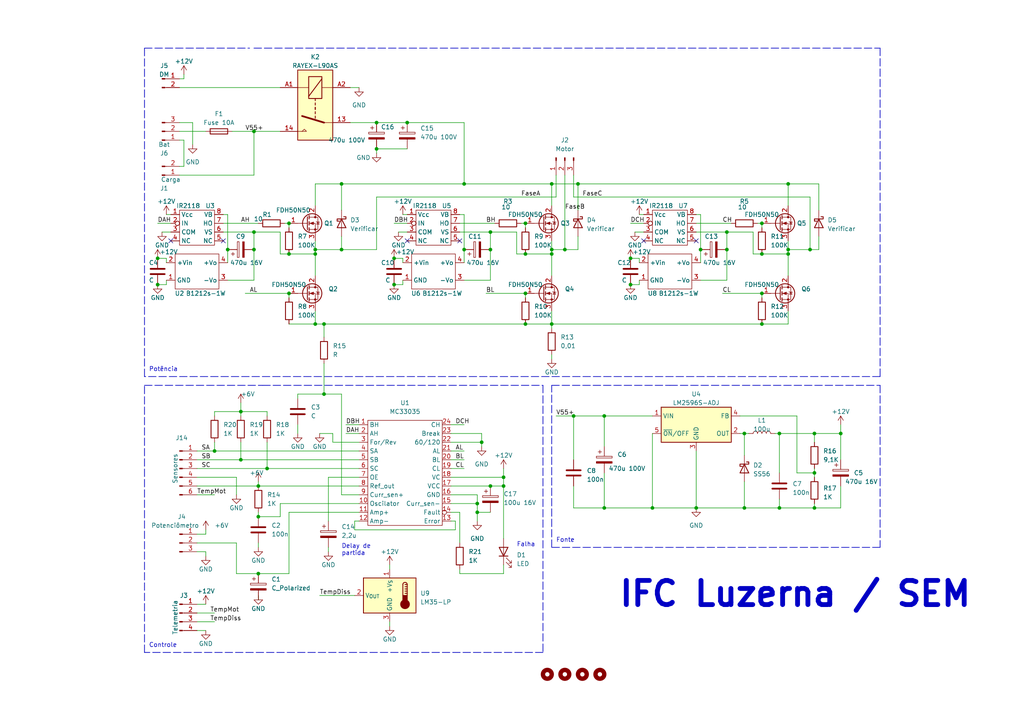
<source format=kicad_sch>
(kicad_sch (version 20230121) (generator eeschema)
  (paper "A4")
  (title_block (title "Acionamento BLDC Símples") (rev "2023-2") (company "Kerschbaumer"))
  (junction (at 152.4 73.66))
  (junction (at 99.06 72.39))
  (junction (at 91.44 73.66))
  (junction (at 66.04 72.39))
  (junction (at 83.82 73.66))
  (junction (at 182.88 74.93))
  (junction (at 138.43 146.05))
  (junction (at 160.02 53.34))
  (junction (at 62.23 130.81))
  (junction (at 73.66 72.39))
  (junction (at 220.98 85.09))
  (junction (at 234.95 72.39))
  (junction (at 142.24 72.39))
  (junction (at 69.85 133.35))
  (junction (at 220.98 64.77))
  (junction (at 163.83 72.39))
  (junction (at 220.98 93.98))
  (junction (at 109.22 43.18))
  (junction (at 175.26 147.32))
  (junction (at 134.62 53.34))
  (junction (at 146.05 138.43))
  (junction (at 77.47 135.89))
  (junction (at 167.64 53.34))
  (junction (at 236.22 125.73))
  (junction (at 146.05 140.97))
  (junction (at 152.4 64.77))
  (junction (at 114.3 74.93))
  (junction (at 243.84 125.73))
  (junction (at 182.88 82.55))
  (junction (at 210.82 67.31))
  (junction (at 83.82 85.09))
  (junction (at 139.7 128.27))
  (junction (at 83.82 64.77))
  (junction (at 93.98 114.3))
  (junction (at 99.06 53.34))
  (junction (at 45.72 74.93))
  (junction (at 203.2 72.39))
  (junction (at 160.02 93.98))
  (junction (at 226.06 125.73))
  (junction (at 74.93 166.37))
  (junction (at 114.3 82.55))
  (junction (at 152.4 93.98))
  (junction (at 166.37 120.65))
  (junction (at 109.22 35.56))
  (junction (at 69.85 119.38))
  (junction (at 236.22 137.16))
  (junction (at 74.93 140.97))
  (junction (at 226.06 147.32))
  (junction (at 215.9 147.32))
  (junction (at 73.66 67.31))
  (junction (at 210.82 72.39))
  (junction (at 228.6 72.39))
  (junction (at 142.24 140.97))
  (junction (at 228.6 73.66))
  (junction (at 201.93 147.32))
  (junction (at 134.62 72.39))
  (junction (at 91.44 93.98))
  (junction (at 118.11 35.56))
  (junction (at 152.4 85.09))
  (junction (at 189.23 147.32))
  (junction (at 175.26 120.65))
  (junction (at 220.98 73.66))
  (junction (at 93.98 93.98))
  (junction (at 138.43 148.59))
  (junction (at 160.02 72.39))
  (junction (at 142.24 67.31))
  (junction (at 160.02 73.66))
  (junction (at 236.22 147.32))
  (junction (at 45.72 82.55))
  (junction (at 91.44 72.39))
  (junction (at 74.93 149.86))
  (junction (at 228.6 53.34))
  (junction (at 215.9 125.73))
  (junction (at 73.66 38.1))
  (no_connect (at 201.93 69.85))
  (no_connect (at 64.77 69.85))
  (no_connect (at 118.11 69.85))
  (no_connect (at 49.53 69.85))
  (no_connect (at 133.35 69.85))
  (no_connect (at 186.69 69.85))
  (wire (pts (xy 236.22 146.05) (xy 236.22 147.32)))
  (wire (pts (xy 215.9 125.73) (xy 215.9 132.08)))
  (wire (pts (xy 210.82 67.31) (xy 218.44 67.31)))
  (wire (pts (xy 81.28 146.05) (xy 81.28 149.86)))
  (wire (pts (xy 69.85 119.38) (xy 69.85 120.65)))
  (wire (pts (xy 69.85 133.35) (xy 104.14 133.35)))
  (wire (pts (xy 243.84 140.97) (xy 243.84 147.32)))
  (wire (pts (xy 62.23 128.27) (xy 62.23 130.81)))
  (wire (pts (xy 160.02 90.17) (xy 160.02 93.98)))
  (wire (pts (xy 113.03 180.34) (xy 113.03 181.61)))
  (wire (pts (xy 66.04 72.39) (xy 66.04 76.2)))
  (wire (pts (xy 99.06 53.34) (xy 99.06 60.96)))
  (wire (pts (xy 66.04 72.39) (xy 66.04 62.23)))
  (polyline (pts (xy 41.91 111.76) (xy 76.2 111.76)) (stroke (width 0.2) (type dash)))
  (wire (pts (xy 166.37 57.15) (xy 166.37 50.8)))
  (wire (pts (xy 185.42 62.23) (xy 186.69 62.23)))
  (polyline (pts (xy 255.27 158.75) (xy 160.02 158.75)) (stroke (width 0.2) (type dash)))
  (wire (pts (xy 52.07 38.1) (xy 59.69 38.1)))
  (wire (pts (xy 67.31 38.1) (xy 73.66 38.1)))
  (wire (pts (xy 57.15 133.35) (xy 69.85 133.35)))
  (wire (pts (xy 149.86 67.31) (xy 149.86 73.66)))
  (wire (pts (xy 83.82 148.59) (xy 104.14 148.59)))
  (wire (pts (xy 146.05 140.97) (xy 146.05 156.21)))
  (wire (pts (xy 231.14 137.16) (xy 236.22 137.16)))
  (wire (pts (xy 96.52 128.27) (xy 104.14 128.27)))
  (wire (pts (xy 62.23 119.38) (xy 69.85 119.38)))
  (wire (pts (xy 167.64 53.34) (xy 228.6 53.34)))
  (wire (pts (xy 138.43 148.59) (xy 138.43 151.13)))
  (wire (pts (xy 95.25 138.43) (xy 95.25 151.13)))
  (wire (pts (xy 215.9 125.73) (xy 217.17 125.73)))
  (wire (pts (xy 69.85 119.38) (xy 77.47 119.38)))
  (wire (pts (xy 133.35 67.31) (xy 142.24 67.31)))
  (wire (pts (xy 74.93 139.7) (xy 74.93 140.97)))
  (wire (pts (xy 73.66 72.39) (xy 73.66 81.28)))
  (wire (pts (xy 86.36 114.3) (xy 86.36 115.57)))
  (wire (pts (xy 71.12 85.09) (xy 83.82 85.09)))
  (wire (pts (xy 218.44 67.31) (xy 218.44 73.66)))
  (wire (pts (xy 228.6 73.66) (xy 228.6 80.01)))
  (wire (pts (xy 201.93 67.31) (xy 210.82 67.31)))
  (wire (pts (xy 130.81 123.19) (xy 134.62 123.19)))
  (wire (pts (xy 234.95 72.39) (xy 228.6 72.39)))
  (wire (pts (xy 113.03 163.83) (xy 113.03 165.1)))
  (wire (pts (xy 243.84 123.19) (xy 243.84 125.73)))
  (wire (pts (xy 185.42 82.55) (xy 185.42 81.28)))
  (wire (pts (xy 133.35 166.37) (xy 146.05 166.37)))
  (wire (pts (xy 99.06 114.3) (xy 93.98 114.3)))
  (wire (pts (xy 64.77 62.23) (xy 66.04 62.23)))
  (wire (pts (xy 130.81 133.35) (xy 134.62 133.35)))
  (wire (pts (xy 133.35 148.59) (xy 133.35 157.48)))
  (wire (pts (xy 138.43 146.05) (xy 138.43 148.59)))
  (wire (pts (xy 167.64 53.34) (xy 167.64 60.96)))
  (wire (pts (xy 83.82 93.98) (xy 91.44 93.98)))
  (wire (pts (xy 215.9 147.32) (xy 226.06 147.32)))
  (wire (pts (xy 215.9 139.7) (xy 215.9 147.32)))
  (wire (pts (xy 201.93 147.32) (xy 215.9 147.32)))
  (wire (pts (xy 189.23 120.65) (xy 175.26 120.65)))
  (wire (pts (xy 53.34 22.86) (xy 53.34 21.59)))
  (wire (pts (xy 167.64 68.58) (xy 167.64 72.39)))
  (wire (pts (xy 48.26 62.23) (xy 49.53 62.23)))
  (wire (pts (xy 68.58 143.51) (xy 68.58 138.43)))
  (polyline (pts (xy 255.27 111.76) (xy 255.27 158.75)) (stroke (width 0.2) (type dash)))
  (wire (pts (xy 95.25 158.75) (xy 95.25 160.02)))
  (wire (pts (xy 160.02 93.98) (xy 220.98 93.98)))
  (wire (pts (xy 139.7 128.27) (xy 139.7 129.54)))
  (wire (pts (xy 166.37 120.65) (xy 175.26 120.65)))
  (wire (pts (xy 220.98 85.09) (xy 220.98 86.36)))
  (wire (pts (xy 83.82 64.77) (xy 83.82 66.04)))
  (wire (pts (xy 201.93 64.77) (xy 212.09 64.77)))
  (polyline (pts (xy 73.66 13.97) (xy 255.27 13.97)) (stroke (width 0.2) (type dash)))
  (wire (pts (xy 109.22 43.18) (xy 118.11 43.18)))
  (wire (pts (xy 62.23 120.65) (xy 62.23 119.38)))
  (wire (pts (xy 57.15 177.8) (xy 62.23 177.8)))
  (wire (pts (xy 59.69 154.94) (xy 59.69 153.67)))
  (wire (pts (xy 175.26 147.32) (xy 189.23 147.32)))
  (wire (pts (xy 99.06 53.34) (xy 91.44 53.34)))
  (wire (pts (xy 130.81 140.97) (xy 142.24 140.97)))
  (wire (pts (xy 130.81 135.89) (xy 134.62 135.89)))
  (wire (pts (xy 91.44 53.34) (xy 91.44 59.69)))
  (wire (pts (xy 160.02 72.39) (xy 163.83 72.39)))
  (wire (pts (xy 102.87 151.13) (xy 102.87 153.67)))
  (wire (pts (xy 74.93 173.99) (xy 74.93 172.72)))
  (wire (pts (xy 101.6 25.4) (xy 104.14 25.4)))
  (wire (pts (xy 73.66 38.1) (xy 81.28 38.1)))
  (polyline (pts (xy 76.2 111.76) (xy 157.48 111.76)) (stroke (width 0.2) (type dash)))
  (wire (pts (xy 104.14 151.13) (xy 102.87 151.13)))
  (wire (pts (xy 219.71 64.77) (xy 220.98 64.77)))
  (wire (pts (xy 243.84 125.73) (xy 243.84 133.35)))
  (wire (pts (xy 48.26 82.55) (xy 48.26 81.28)))
  (wire (pts (xy 236.22 125.73) (xy 236.22 128.27)))
  (wire (pts (xy 101.6 35.56) (xy 109.22 35.56)))
  (wire (pts (xy 83.82 73.66) (xy 91.44 73.66)))
  (wire (pts (xy 53.34 40.64) (xy 53.34 48.26)))
  (wire (pts (xy 91.44 72.39) (xy 91.44 73.66)))
  (wire (pts (xy 92.71 125.73) (xy 96.52 125.73)))
  (wire (pts (xy 57.15 135.89) (xy 77.47 135.89)))
  (wire (pts (xy 91.44 73.66) (xy 91.44 80.01)))
  (wire (pts (xy 48.26 74.93) (xy 48.26 76.2)))
  (wire (pts (xy 130.81 130.81) (xy 134.62 130.81)))
  (polyline (pts (xy 41.91 109.22) (xy 41.91 13.97)) (stroke (width 0.2) (type dash)))
  (wire (pts (xy 146.05 138.43) (xy 146.05 135.89)))
  (wire (pts (xy 109.22 43.18) (xy 109.22 44.45)))
  (polyline (pts (xy 157.48 189.23) (xy 41.91 189.23)) (stroke (width 0.2) (type dash)))
  (wire (pts (xy 166.37 120.65) (xy 166.37 133.35)))
  (wire (pts (xy 175.26 137.16) (xy 175.26 147.32)))
  (polyline (pts (xy 157.48 111.76) (xy 157.48 189.23)) (stroke (width 0.2) (type dash)))
  (wire (pts (xy 66.04 81.28) (xy 73.66 81.28)))
  (wire (pts (xy 160.02 72.39) (xy 160.02 73.66)))
  (wire (pts (xy 57.15 154.94) (xy 59.69 154.94)))
  (wire (pts (xy 236.22 125.73) (xy 243.84 125.73)))
  (polyline (pts (xy 255.27 13.97) (xy 255.27 109.22)) (stroke (width 0.2) (type dash)))
  (wire (pts (xy 134.62 81.28) (xy 142.24 81.28)))
  (wire (pts (xy 185.42 74.93) (xy 185.42 76.2)))
  (wire (pts (xy 166.37 147.32) (xy 175.26 147.32)))
  (wire (pts (xy 130.81 146.05) (xy 138.43 146.05)))
  (wire (pts (xy 81.28 73.66) (xy 83.82 73.66)))
  (polyline (pts (xy 41.91 13.97) (xy 72.39 13.97)) (stroke (width 0.2) (type dash)))
  (wire (pts (xy 160.02 93.98) (xy 160.02 95.25)))
  (wire (pts (xy 52.07 48.26) (xy 53.34 48.26)))
  (wire (pts (xy 152.4 85.09) (xy 152.4 86.36)))
  (wire (pts (xy 93.98 114.3) (xy 86.36 114.3)))
  (wire (pts (xy 109.22 35.56) (xy 118.11 35.56)))
  (wire (pts (xy 81.28 146.05) (xy 104.14 146.05)))
  (wire (pts (xy 149.86 73.66) (xy 152.4 73.66)))
  (wire (pts (xy 210.82 67.31) (xy 210.82 72.39)))
  (wire (pts (xy 138.43 148.59) (xy 142.24 148.59)))
  (wire (pts (xy 142.24 67.31) (xy 149.86 67.31)))
  (wire (pts (xy 74.93 157.48) (xy 74.93 158.75)))
  (wire (pts (xy 142.24 140.97) (xy 146.05 140.97)))
  (wire (pts (xy 91.44 69.85) (xy 91.44 72.39)))
  (wire (pts (xy 228.6 53.34) (xy 228.6 59.69)))
  (wire (pts (xy 134.62 35.56) (xy 134.62 53.34)))
  (wire (pts (xy 236.22 137.16) (xy 236.22 138.43)))
  (wire (pts (xy 140.97 85.09) (xy 152.4 85.09)))
  (wire (pts (xy 57.15 130.81) (xy 62.23 130.81)))
  (wire (pts (xy 201.93 130.81) (xy 201.93 147.32)))
  (wire (pts (xy 237.49 68.58) (xy 237.49 72.39)))
  (wire (pts (xy 91.44 90.17) (xy 91.44 93.98)))
  (wire (pts (xy 68.58 157.48) (xy 68.58 166.37)))
  (wire (pts (xy 74.93 166.37) (xy 83.82 166.37)))
  (wire (pts (xy 161.29 120.65) (xy 166.37 120.65)))
  (wire (pts (xy 57.15 182.88) (xy 59.69 182.88)))
  (wire (pts (xy 201.93 62.23) (xy 203.2 62.23)))
  (wire (pts (xy 146.05 163.83) (xy 146.05 166.37)))
  (wire (pts (xy 130.81 128.27) (xy 139.7 128.27)))
  (wire (pts (xy 139.7 125.73) (xy 139.7 128.27)))
  (wire (pts (xy 163.83 50.8) (xy 163.83 72.39)))
  (wire (pts (xy 226.06 125.73) (xy 236.22 125.73)))
  (wire (pts (xy 224.79 125.73) (xy 226.06 125.73)))
  (wire (pts (xy 182.88 74.93) (xy 185.42 74.93)))
  (wire (pts (xy 231.14 120.65) (xy 231.14 137.16)))
  (wire (pts (xy 77.47 120.65) (xy 77.47 119.38)))
  (wire (pts (xy 130.81 143.51) (xy 138.43 143.51)))
  (wire (pts (xy 59.69 160.02) (xy 59.69 161.29)))
  (wire (pts (xy 57.15 160.02) (xy 59.69 160.02)))
  (wire (pts (xy 57.15 143.51) (xy 62.23 143.51)))
  (wire (pts (xy 228.6 72.39) (xy 228.6 73.66)))
  (wire (pts (xy 74.93 140.97) (xy 104.14 140.97)))
  (wire (pts (xy 55.88 35.56) (xy 55.88 41.91)))
  (polyline (pts (xy 194.31 111.76) (xy 255.27 111.76)) (stroke (width 0.2) (type dash)))
  (wire (pts (xy 77.47 135.89) (xy 104.14 135.89)))
  (wire (pts (xy 99.06 143.51) (xy 104.14 143.51)))
  (wire (pts (xy 189.23 147.32) (xy 201.93 147.32)))
  (wire (pts (xy 83.82 85.09) (xy 83.82 86.36)))
  (wire (pts (xy 203.2 72.39) (xy 203.2 62.23)))
  (wire (pts (xy 52.07 22.86) (xy 53.34 22.86)))
  (wire (pts (xy 236.22 135.89) (xy 236.22 137.16)))
  (wire (pts (xy 142.24 72.39) (xy 142.24 81.28)))
  (wire (pts (xy 46.99 67.31) (xy 49.53 67.31)))
  (wire (pts (xy 114.3 82.55) (xy 116.84 82.55)))
  (wire (pts (xy 130.81 138.43) (xy 146.05 138.43)))
  (wire (pts (xy 134.62 53.34) (xy 160.02 53.34)))
  (wire (pts (xy 160.02 73.66) (xy 160.02 80.01)))
  (wire (pts (xy 116.84 62.23) (xy 118.11 62.23)))
  (wire (pts (xy 74.93 148.59) (xy 74.93 149.86)))
  (wire (pts (xy 52.07 25.4) (xy 81.28 25.4)))
  (wire (pts (xy 57.15 138.43) (xy 68.58 138.43)))
  (wire (pts (xy 133.35 165.1) (xy 133.35 166.37)))
  (wire (pts (xy 57.15 180.34) (xy 62.23 180.34)))
  (wire (pts (xy 45.72 82.55) (xy 48.26 82.55)))
  (wire (pts (xy 160.02 53.34) (xy 167.64 53.34)))
  (wire (pts (xy 226.06 125.73) (xy 226.06 137.16)))
  (wire (pts (xy 214.63 125.73) (xy 215.9 125.73)))
  (wire (pts (xy 210.82 72.39) (xy 210.82 81.28)))
  (wire (pts (xy 57.15 175.26) (xy 59.69 175.26)))
  (wire (pts (xy 152.4 73.66) (xy 160.02 73.66)))
  (wire (pts (xy 226.06 144.78) (xy 226.06 147.32)))
  (wire (pts (xy 92.71 172.72) (xy 102.87 172.72)))
  (wire (pts (xy 93.98 105.41) (xy 93.98 114.3)))
  (polyline (pts (xy 160.02 158.75) (xy 160.02 111.76)) (stroke (width 0.2) (type dash)))
  (wire (pts (xy 114.3 64.77) (xy 118.11 64.77)))
  (wire (pts (xy 86.36 123.19) (xy 86.36 125.73)))
  (wire (pts (xy 81.28 149.86) (xy 74.93 149.86)))
  (wire (pts (xy 82.55 64.77) (xy 83.82 64.77)))
  (wire (pts (xy 115.57 67.31) (xy 118.11 67.31)))
  (wire (pts (xy 234.95 72.39) (xy 237.49 72.39)))
  (wire (pts (xy 73.66 67.31) (xy 81.28 67.31)))
  (wire (pts (xy 226.06 147.32) (xy 236.22 147.32)))
  (wire (pts (xy 130.81 125.73) (xy 139.7 125.73)))
  (wire (pts (xy 130.81 151.13) (xy 132.08 151.13)))
  (wire (pts (xy 166.37 140.97) (xy 166.37 147.32)))
  (wire (pts (xy 52.07 35.56) (xy 55.88 35.56)))
  (wire (pts (xy 234.95 57.15) (xy 234.95 72.39)))
  (wire (pts (xy 62.23 130.81) (xy 104.14 130.81)))
  (wire (pts (xy 114.3 74.93) (xy 116.84 74.93)))
  (wire (pts (xy 64.77 64.77) (xy 74.93 64.77)))
  (wire (pts (xy 134.62 72.39) (xy 134.62 62.23)))
  (wire (pts (xy 93.98 93.98) (xy 152.4 93.98)))
  (wire (pts (xy 203.2 72.39) (xy 203.2 76.2)))
  (wire (pts (xy 45.72 64.77) (xy 49.53 64.77)))
  (wire (pts (xy 133.35 64.77) (xy 143.51 64.77)))
  (wire (pts (xy 116.84 74.93) (xy 116.84 76.2)))
  (wire (pts (xy 134.62 72.39) (xy 134.62 76.2)))
  (wire (pts (xy 133.35 62.23) (xy 134.62 62.23)))
  (wire (pts (xy 69.85 128.27) (xy 69.85 133.35)))
  (wire (pts (xy 52.07 50.8) (xy 73.66 50.8)))
  (polyline (pts (xy 41.91 189.23) (xy 41.91 111.76)) (stroke (width 0.2) (type dash)))
  (wire (pts (xy 57.15 157.48) (xy 68.58 157.48)))
  (wire (pts (xy 95.25 138.43) (xy 104.14 138.43)))
  (wire (pts (xy 99.06 53.34) (xy 134.62 53.34)))
  (wire (pts (xy 91.44 93.98) (xy 93.98 93.98)))
  (wire (pts (xy 100.33 123.19) (xy 104.14 123.19)))
  (wire (pts (xy 220.98 64.77) (xy 220.98 66.04)))
  (wire (pts (xy 214.63 120.65) (xy 231.14 120.65)))
  (wire (pts (xy 184.15 67.31) (xy 186.69 67.31)))
  (wire (pts (xy 109.22 72.39) (xy 99.06 72.39)))
  (wire (pts (xy 160.02 102.87) (xy 160.02 104.14)))
  (wire (pts (xy 138.43 143.51) (xy 138.43 146.05)))
  (wire (pts (xy 132.08 153.67) (xy 132.08 151.13)))
  (wire (pts (xy 166.37 57.15) (xy 234.95 57.15)))
  (wire (pts (xy 161.29 57.15) (xy 161.29 50.8)))
  (wire (pts (xy 83.82 166.37) (xy 83.82 148.59)))
  (wire (pts (xy 73.66 67.31) (xy 73.66 72.39)))
  (wire (pts (xy 182.88 82.55) (xy 185.42 82.55)))
  (wire (pts (xy 81.28 67.31) (xy 81.28 73.66)))
  (wire (pts (xy 160.02 53.34) (xy 160.02 59.69)))
  (wire (pts (xy 151.13 64.77) (xy 152.4 64.77)))
  (wire (pts (xy 237.49 53.34) (xy 237.49 60.96)))
  (wire (pts (xy 109.22 57.15) (xy 109.22 72.39)))
  (wire (pts (xy 220.98 73.66) (xy 228.6 73.66)))
  (wire (pts (xy 118.11 35.56) (xy 134.62 35.56)))
  (wire (pts (xy 220.98 93.98) (xy 228.6 93.98)))
  (wire (pts (xy 68.58 166.37) (xy 74.93 166.37)))
  (wire (pts (xy 45.72 74.93) (xy 48.26 74.93)))
  (wire (pts (xy 64.77 67.31) (xy 73.66 67.31)))
  (wire (pts (xy 163.83 72.39) (xy 167.64 72.39)))
  (wire (pts (xy 228.6 53.34) (xy 237.49 53.34)))
  (wire (pts (xy 203.2 81.28) (xy 210.82 81.28)))
  (wire (pts (xy 142.24 67.31) (xy 142.24 72.39)))
  (wire (pts (xy 160.02 69.85) (xy 160.02 72.39)))
  (wire (pts (xy 93.98 93.98) (xy 93.98 97.79)))
  (wire (pts (xy 228.6 93.98) (xy 228.6 90.17)))
  (wire (pts (xy 182.88 64.77) (xy 186.69 64.77)))
  (wire (pts (xy 175.26 120.65) (xy 175.26 129.54)))
  (wire (pts (xy 77.47 128.27) (xy 77.47 135.89)))
  (wire (pts (xy 228.6 69.85) (xy 228.6 72.39)))
  (wire (pts (xy 209.55 85.09) (xy 220.98 85.09)))
  (wire (pts (xy 57.15 140.97) (xy 74.93 140.97)))
  (wire (pts (xy 73.66 50.8) (xy 73.66 38.1)))
  (wire (pts (xy 52.07 40.64) (xy 53.34 40.64)))
  (wire (pts (xy 102.87 153.67) (xy 132.08 153.67)))
  (wire (pts (xy 152.4 64.77) (xy 152.4 66.04)))
  (wire (pts (xy 189.23 125.73) (xy 189.23 147.32)))
  (wire (pts (xy 146.05 140.97) (xy 146.05 138.43)))
  (wire (pts (xy 109.22 57.15) (xy 161.29 57.15)))
  (wire (pts (xy 152.4 93.98) (xy 160.02 93.98)))
  (wire (pts (xy 96.52 125.73) (xy 96.52 128.27)))
  (wire (pts (xy 116.84 82.55) (xy 116.84 81.28)))
  (wire (pts (xy 130.81 148.59) (xy 133.35 148.59)))
  (wire (pts (xy 99.06 114.3) (xy 99.06 143.51)))
  (wire (pts (xy 218.44 73.66) (xy 220.98 73.66)))
  (polyline (pts (xy 255.27 109.22) (xy 41.91 109.22)) (stroke (width 0.2) (type dash)))
  (wire (pts (xy 99.06 68.58) (xy 99.06 72.39)))
  (wire (pts (xy 236.22 147.32) (xy 243.84 147.32)))
  (wire (pts (xy 100.33 125.73) (xy 104.14 125.73)))
  (wire (pts (xy 69.85 116.84) (xy 69.85 119.38)))
  (polyline (pts (xy 160.02 111.76) (xy 194.31 111.76)) (stroke (width 0.2) (type dash)))
  (wire (pts (xy 99.06 72.39) (xy 91.44 72.39)))
  (text "IFC Luzerna / SEM" (at 179.07 176.53 0) (effects (font (size 7 7) (thickness 1.4) bold) (justify left bottom)))
  (text "Potência" (at 43.18 107.95 0) (effects (font (size 1.27 1.27)) (justify left bottom)))
  (text "Fonte" (at 161.29 157.48 0) (effects (font (size 1.27 1.27)) (justify left bottom)))
  (text "Controle" (at 43.18 187.96 0) (effects (font (size 1.27 1.27)) (justify left bottom)))
  (text "Delay de\npartida" (at 99.06 161.29 0) (effects (font (size 1.27 1.27)) (justify left bottom)))
  (text "Falha" (at 149.86 158.75 0) (effects (font (size 1.27 1.27)) (justify left bottom)))
  (label "DCH" (at 132.08 123.19 0))
  (label "DBH" (at 114.3 64.77 0))
  (label "AL" (at 132.08 130.81 0))
  (label "AL" (at 72.39 85.09 0))
  (label "FaseC" (at 168.91 57.15 0))
  (label "FaseB" (at 163.83 60.96 0))
  (label "DAH" (at 100.33 125.73 0))
  (label "FaseA" (at 151.13 57.15 0))
  (label "BL" (at 132.08 133.35 0))
  (label "DAH" (at 45.72 64.77 0))
  (label "DBH" (at 100.33 123.19 0))
  (label "SB" (at 58.42 133.35 0))
  (label "TempDiss" (at 92.71 172.72 0))
  (label "BL" (at 140.97 85.09 0))
  (label "BH" (at 140.97 64.77 0))
  (label "V55+" (at 161.29 120.65 0))
  (label "TempDiss" (at 60.96 180.34 0))
  (label "DCH" (at 182.88 64.77 0))
  (label "CL" (at 209.55 85.09 0))
  (label "AH" (at 69.85 64.77 0))
  (label "CH" (at 209.55 64.77 0))
  (label "SC" (at 58.42 135.89 0))
  (label "TempMot" (at 60.96 177.8 0))
  (label "TempMot" (at 57.15 143.51 0))
  (label "SA" (at 58.42 130.81 0))
  (label "CL" (at 132.08 135.89 0))
  (label "V55+" (at 71.12 38.1 0))
  (symbol (lib_id "Device:C_Polarized") (at 142.24 144.78 0) (unit 1)
    (property "Reference" "C17" (at 146.05 143.256 0) (effects (justify left)))
    (property "Value" "100u 16V" (at 146.05 145.796 0) (effects (justify left)))
    (property "Footprint" "Capacitor_THT:CP_Radial_D5.0mm_P2.50mm" (effects hide))
  )
  (symbol (lib_id "power:+12V") (at 59.69 175.26 0) (unit 1)
    (property "Reference" "#PWR024" (effects hide))
    (property "Value" "+12V" (at 59.69 171.45 0))
  )
  (symbol (lib_id "power:GND") (at 114.3 82.55 0) (unit 1)
    (property "Reference" "#PWR010" (effects hide))
    (property "Value" "GND" (at 114.3 86.36 0))
  )
  (symbol (lib_id "Diode:1N5822") (at 167.64 64.77 270) (unit 1)
    (property "Reference" "D4" (at 170.18 63.8175 90) (effects (justify left)))
    (property "Value" "Verificar" (at 170.18 66.3575 90) (effects (justify left)))
    (property "Footprint" "Package_TO_SOT_THT:TO-220-2_Vertical" (effects hide))
  )
  (symbol (lib_id "Device:R") (at 77.47 124.46 0) (unit 1)
    (property "Reference" "R18" (at 80.01 123.1899 0) (effects (justify left)))
    (property "Value" "1K" (at 80.01 125.7299 0) (effects (justify left)))
    (property "Footprint" "Resistor_THT:R_Axial_DIN0207_L6.3mm_D2.5mm_P10.16mm_Horizontal" (effects hide))
  )
  (symbol (lib_id "Mechanical:MountingHole") (at 163.83 195.58 0) (unit 1)
    (property "Reference" "H2" (effects hide))
    (property "Value" "MountingHole" (effects hide))
    (property "Footprint" "MountingHole:MountingHole_3.5mm" (effects hide))
  )
  (symbol (lib_id "Device:R") (at 69.85 124.46 0) (unit 1)
    (property "Reference" "R19" (at 72.39 123.1899 0) (effects (justify left)))
    (property "Value" "1K" (at 72.39 125.7299 0) (effects (justify left)))
    (property "Footprint" "Resistor_THT:R_Axial_DIN0207_L6.3mm_D2.5mm_P10.16mm_Horizontal" (effects hide))
  )
  (symbol (lib_id "Device:R") (at 74.93 144.78 0) (unit 1)
    (property "Reference" "R14" (at 77.47 143.5099 0) (effects (justify left)))
    (property "Value" "1K" (at 77.47 146.0499 0) (effects (justify left)))
    (property "Footprint" "Resistor_THT:R_Axial_DIN0207_L6.3mm_D2.5mm_P10.16mm_Horizontal" (effects hide))
  )
  (symbol (lib_id "power:+12V") (at 116.84 62.23 0) (unit 1)
    (property "Reference" "#PWR012" (effects hide))
    (property "Value" "+12V" (at 116.84 58.42 0))
  )
  (symbol (lib_id "MC33035:B1212s-1W") (at 57.15 78.74 0) (unit 1)
    (property "Reference" "U2" (at 52.07 85.09 0))
    (property "Value" "B1212s-1W" (at 59.69 85.09 0))
    (property "Footprint" "B1212s-1W:B1212s-1W" (effects hide))
  )
  (symbol (lib_id "Mechanical:MountingHole") (at 168.91 195.58 0) (unit 1)
    (property "Reference" "H3" (effects hide))
    (property "Value" "MountingHole" (effects hide))
    (property "Footprint" "MountingHole:MountingHole_3.5mm" (effects hide))
  )
  (symbol (lib_id "Connector:Conn_01x02_Male") (at 46.99 50.8 0) (mirror x) (unit 1)
    (property "Reference" "J1" (at 47.625 54.61 0))
    (property "Value" "Carga" (at 49.53 52.07 0))
    (property "Footprint" "Connector_Phoenix_MSTB:PhoenixContact_MSTBA_2,5_2-G-5,08_1x02_P5.08mm_Horizontal" (effects hide))
  )
  (symbol (lib_id "power:+12V") (at 185.42 62.23 0) (unit 1)
    (property "Reference" "#PWR016" (effects hide))
    (property "Value" "+12V" (at 185.42 58.42 0))
  )
  (symbol (lib_id "Device:R") (at 93.98 101.6 0) (unit 1)
    (property "Reference" "R15" (at 96.52 100.3299 0) (effects (justify left)))
    (property "Value" "R" (at 96.52 102.8699 0) (effects (justify left)))
    (property "Footprint" "Resistor_THT:R_Axial_DIN0207_L6.3mm_D2.5mm_P10.16mm_Horizontal" (effects hide))
  )
  (symbol (lib_id "Connector:Conn_01x03_Male") (at 52.07 157.48 0) (unit 1)
    (property "Reference" "J4" (at 52.705 149.86 0))
    (property "Value" "Potenciômetro" (at 50.8 152.4 0))
    (property "Footprint" "Connector_Phoenix_MC:PhoenixContact_MC_1,5_3-G-3.81_1x03_P3.81mm_Horizontal" (effects hide))
  )
  (symbol (lib_id "MC33035:IR2118") (at 194.31 59.69 0) (unit 1)
    (property "Reference" "U7" (at 198.12 59.69 0))
    (property "Value" "IR2118" (at 191.77 59.69 0))
    (property "Footprint" "Package_DIP:DIP-8_W7.62mm_LongPads" (effects hide))
  )
  (symbol (lib_id "power:+6V") (at 69.85 116.84 0) (unit 1)
    (property "Reference" "#PWR017" (effects hide))
    (property "Value" "+6V" (at 69.85 114.3 0) (effects (justify left)))
  )
  (symbol (lib_id "Diode:1N5822") (at 215.9 135.89 270) (unit 1)
    (property "Reference" "D2" (at 218.44 134.9375 90) (effects (justify left)))
    (property "Value" "SS56" (at 218.44 137.4775 90) (effects (justify left)))
    (property "Footprint" "Diode_SMD:D_3220_8050Metric_Pad2.65x5.15mm_HandSolder" (effects hide))
  )
  (symbol (lib_id "power:GND") (at 115.57 67.31 0) (unit 1)
    (property "Reference" "#PWR011" (effects hide))
    (property "Value" "GND" (at 115.57 71.12 0))
  )
  (symbol (lib_id "Device:C") (at 166.37 137.16 0) (unit 1)
    (property "Reference" "C8" (at 170.18 136.525 0) (effects (justify left)))
    (property "Value" "100n" (at 170.18 139.065 0) (effects (justify left)))
    (property "Footprint" "Capacitor_THT:C_Axial_L5.1mm_D3.1mm_P7.50mm_Horizontal" (effects hide))
  )
  (symbol (lib_id "Connector:Conn_01x03_Male") (at 163.83 45.72 90) (mirror x) (unit 1)
    (property "Reference" "J2" (at 163.83 40.64 90))
    (property "Value" "Motor" (at 163.83 43.18 90))
    (property "Footprint" "Connector_Phoenix_MSTB:PhoenixContact_MSTBA_2,5_3-G-5,08_1x03_P5.08mm_Horizontal" (effects hide))
  )
  (symbol (lib_id "power:+12V") (at 182.88 74.93 0) (unit 1)
    (property "Reference" "#PWR013" (effects hide))
    (property "Value" "+12V" (at 186.0997 73.0644 0))
  )
  (symbol (lib_id "Device:C") (at 74.93 153.67 0) (unit 1)
    (property "Reference" "C2" (at 78.74 152.3999 0) (effects (justify left)))
    (property "Value" "100n" (at 78.74 154.9399 0) (effects (justify left)))
    (property "Footprint" "Capacitor_THT:C_Disc_D9.0mm_W2.5mm_P5.00mm" (effects hide))
  )
  (symbol (lib_id "power:GND") (at 45.72 82.55 0) (unit 1)
    (property "Reference" "#PWR0110" (effects hide))
    (property "Value" "GND" (at 45.72 86.36 0))
  )
  (symbol (lib_id "power:GND") (at 92.71 125.73 0) (unit 1)
    (property "Reference" "#PWR0107" (effects hide))
    (property "Value" "GND" (at 92.71 129.54 0))
  )
  (symbol (lib_id "Device:C_Polarized") (at 69.85 72.39 90) (unit 1)
    (property "Reference" "C9" (at 71.12 68.58 90) (effects (justify left)))
    (property "Value" "470u 16V" (at 76.2 76.2 90) (effects (justify left)))
    (property "Footprint" "Capacitor_THT:CP_Radial_D8.0mm_P3.50mm" (effects hide))
  )
  (symbol (lib_id "Device:C") (at 182.88 78.74 0) (unit 1)
    (property "Reference" "C12" (at 179.07 76.2 0) (effects (justify left)))
    (property "Value" "C" (at 180.34 81.28 0) (effects (justify left)))
    (property "Footprint" "Capacitor_THT:C_Disc_D9.0mm_W2.5mm_P5.00mm" (effects hide))
  )
  (symbol (lib_id "power:+12V") (at 48.26 62.23 0) (unit 1)
    (property "Reference" "#PWR05" (effects hide))
    (property "Value" "+12V" (at 48.26 58.42 0))
  )
  (symbol (lib_id "power:GND") (at 184.15 67.31 0) (unit 1)
    (property "Reference" "#PWR015" (effects hide))
    (property "Value" "GND" (at 184.15 71.12 0))
  )
  (symbol (lib_id "Device:C_Polarized") (at 175.26 133.35 0) (unit 1)
    (property "Reference" "C6" (at 179.07 131.826 0) (effects (justify left)))
    (property "Value" "470u 100V" (at 176.53 135.89 0) (effects (justify left)))
    (property "Footprint" "Capacitor_THT:CP_Radial_D17.0mm_P7.50mm" (effects hide))
  )
  (symbol (lib_id "Connector:Conn_01x06_Pin") (at 52.07 135.89 0) (unit 1)
    (property "Reference" "J14" (at 52.705 127 0))
    (property "Value" "Sensores" (at 50.8 135.89 90))
    (property "Footprint" "Connector_Phoenix_MC:PhoenixContact_MC_1,5_6-G-3.81_1x06_P3.81mm_Horizontal" (effects hide))
  )
  (symbol (lib_id "power:+12V") (at 53.34 21.59 0) (unit 1)
    (property "Reference" "#PWR022" (effects hide))
    (property "Value" "+12V" (at 53.34 17.78 0))
  )
  (symbol (lib_id "Device:R") (at 78.74 64.77 90) (unit 1)
    (property "Reference" "R1" (at 77.47 62.23 90))
    (property "Value" "10" (at 74.93 63.5 90))
    (property "Footprint" "Resistor_THT:R_Axial_DIN0207_L6.3mm_D2.5mm_P10.16mm_Horizontal" (effects hide))
  )
  (symbol (lib_id "power:GND") (at 59.69 161.29 0) (unit 1)
    (property "Reference" "#PWR02" (effects hide))
    (property "Value" "GND" (at 59.69 165.1 0))
  )
  (symbol (lib_id "power:GND") (at 95.25 160.02 0) (unit 1)
    (property "Reference" "#PWR018" (effects hide))
    (property "Value" "GND" (at 95.25 163.83 0))
  )
  (symbol (lib_id "Diode:1N5822") (at 237.49 64.77 270) (unit 1)
    (property "Reference" "D5" (at 240.03 63.8175 90) (effects (justify left)))
    (property "Value" "Verificar" (at 240.03 66.3575 90) (effects (justify left)))
    (property "Footprint" "Package_TO_SOT_THT:TO-220-2_Vertical" (effects hide))
  )
  (symbol (lib_id "power:GND") (at 59.69 182.88 0) (unit 1)
    (property "Reference" "#PWR023" (effects hide))
    (property "Value" "GND" (at 59.69 186.69 0))
  )
  (symbol (lib_id "power:GND") (at 68.58 143.51 0) (unit 1)
    (property "Reference" "#PWR0105" (effects hide))
    (property "Value" "GND" (at 68.58 147.32 0))
  )
  (symbol (lib_id "power:+6V") (at 59.69 153.67 0) (unit 1)
    (property "Reference" "#PWR01" (effects hide))
    (property "Value" "+6V" (at 62.23 152.3999 0) (effects (justify left)))
  )
  (symbol (lib_id "power:GND") (at 74.93 158.75 0) (unit 1)
    (property "Reference" "#PWR0106" (effects hide))
    (property "Value" "GND" (at 74.93 162.56 0))
  )
  (symbol (lib_id "Device:R") (at 147.32 64.77 90) (unit 1)
    (property "Reference" "R3" (at 147.32 58.42 90))
    (property "Value" "10" (at 146.7307 60.0665 90))
    (property "Footprint" "Resistor_THT:R_Axial_DIN0207_L6.3mm_D2.5mm_P10.16mm_Horizontal" (effects hide))
  )
  (symbol (lib_id "MC33035:MC33035") (at 118.11 137.16 0) (unit 1)
    (property "Reference" "U1" (at 117.475 116.84 0))
    (property "Value" "MC33035" (at 117.475 119.38 0))
    (property "Footprint" "Package_DIP:DIP-24_W7.62mm_LongPads" (effects hide))
  )
  (symbol (lib_id "Transistor_FET:IRF540N") (at 226.06 85.09 0) (unit 1)
    (property "Reference" "Q6" (at 232.41 83.8199 0) (effects (justify left)))
    (property "Value" "FDH50N50" (at 215.9 82.55 0) (effects (justify left)))
    (property "Footprint" "Package_TO_SOT_THT:TO-247-3_Vertical" (effects hide))
    (property "Datasheet" "https://www.onsemi.com/pdf/datasheet/fdh50n50-d.pdf" (effects hide))
  )
  (symbol (lib_id "Device:C_Polarized") (at 207.01 72.39 90) (unit 1)
    (property "Reference" "C13" (at 208.28 68.58 90) (effects (justify left)))
    (property "Value" "470u 16V" (at 213.36 76.2 90) (effects (justify left)))
    (property "Footprint" "Capacitor_THT:CP_Radial_D8.0mm_P3.50mm" (effects hide))
  )
  (symbol (lib_id "power:GND") (at 182.88 82.55 0) (unit 1)
    (property "Reference" "#PWR014" (effects hide))
    (property "Value" "GND" (at 182.88 86.36 0))
  )
  (symbol (lib_id "MC33035:IR2118") (at 57.15 59.69 0) (unit 1)
    (property "Reference" "U3" (at 60.96 59.69 0))
    (property "Value" "IR2118" (at 54.61 59.69 0))
    (property "Footprint" "Package_DIP:DIP-8_W7.62mm_LongPads" (effects hide))
  )
  (symbol (lib_id "power:GND") (at 138.43 151.13 0) (unit 1)
    (property "Reference" "#PWR0103" (effects hide))
    (property "Value" "GND" (at 138.43 156.21 0))
  )
  (symbol (lib_id "Device:C_Polarized") (at 118.11 39.37 0) (unit 1)
    (property "Reference" "C15" (at 121.92 37.2109 0) (effects (justify left)))
    (property "Value" "470u 100V" (at 121.92 39.7509 0) (effects (justify left)))
    (property "Footprint" "Capacitor_THT:CP_Radial_D17.0mm_P7.50mm" (effects hide))
  )
  (symbol (lib_id "Mechanical:MountingHole") (at 158.75 195.58 0) (unit 1)
    (property "Reference" "H1" (effects hide))
    (property "Value" "MountingHole" (effects hide))
    (property "Footprint" "MountingHole:MountingHole_3.5mm" (effects hide))
  )
  (symbol (lib_id "Connector:Conn_01x03_Pin") (at 46.99 38.1 0) (mirror x) (unit 1)
    (property "Reference" "J6" (at 47.625 44.45 0))
    (property "Value" "Bat" (at 47.625 41.91 0))
    (property "Footprint" "Connector_Phoenix_MSTB:PhoenixContact_MSTBA_2,5_3-G-5,08_1x03_P5.08mm_Horizontal" (effects hide))
  )
  (symbol (lib_id "power:+6V") (at 74.93 139.7 0) (unit 1)
    (property "Reference" "#PWR0108" (effects hide))
    (property "Value" "+6V" (at 72.39 137.16 0) (effects (justify left)))
  )
  (symbol (lib_id "power:GND") (at 46.99 67.31 0) (unit 1)
    (property "Reference" "#PWR08" (effects hide))
    (property "Value" "GND" (at 46.99 71.12 0))
  )
  (symbol (lib_id "Device:C_Polarized") (at 243.84 137.16 0) (unit 1)
    (property "Reference" "C5" (at 247.65 137.16 0) (effects (justify left)))
    (property "Value" "470u 16V" (at 245.11 139.7 0) (effects (justify left)))
    (property "Footprint" "Capacitor_THT:CP_Radial_D8.0mm_P3.50mm" (effects hide))
  )
  (symbol (lib_id "power:GND") (at 160.02 104.14 0) (unit 1)
    (property "Reference" "#PWR0102" (effects hide))
    (property "Value" "GND" (at 160.02 107.95 0))
  )
  (symbol (lib_id "power:GND") (at 104.14 25.4 0) (unit 1)
    (property "Reference" "#PWR021" (effects hide))
    (property "Value" "GND" (at 104.14 30.48 0))
  )
  (symbol (lib_id "Device:C_Polarized") (at 95.25 154.94 0) (unit 1)
    (property "Reference" "C14" (at 99.06 152.7809 0) (effects (justify left)))
    (property "Value" "2,2u" (at 99.06 155.3209 0) (effects (justify left)))
    (property "Footprint" "Capacitor_THT:CP_Radial_D4.0mm_P2.00mm" (effects hide))
  )
  (symbol (lib_id "Relay:RAYEX-L90AS") (at 91.44 30.48 90) (mirror x) (unit 1)
    (property "Reference" "K2" (at 91.44 16.51 90))
    (property "Value" "RAYEX-L90AS" (at 91.44 19.05 90))
    (property "Footprint" "Relay_THT:Relay_SPST_RAYEX-L90AS" (effects hide))
    (property "Datasheet" "https://a3.sofastcdn.com/attachment/7jioKBjnRiiSrjrjknRiwS77gwbf3zmp/L90-SERIES.pdf" (effects hide))
  )
  (symbol (lib_id "Device:C") (at 45.72 78.74 0) (unit 1)
    (property "Reference" "C4" (at 43.18 76.2 0) (effects (justify left)))
    (property "Value" "C" (at 43.18 81.28 0) (effects (justify left)))
    (property "Footprint" "Capacitor_THT:C_Disc_D9.0mm_W2.5mm_P5.00mm" (effects hide))
  )
  (symbol (lib_id "Mechanical:MountingHole") (at 173.99 195.58 0) (unit 1)
    (property "Reference" "H4" (effects hide))
    (property "Value" "MountingHole" (effects hide))
    (property "Footprint" "MountingHole:MountingHole_3.5mm" (effects hide))
  )
  (symbol (lib_id "Connector:Conn_01x04_Pin") (at 52.07 177.8 0) (unit 1)
    (property "Reference" "J3" (at 53.34 172.72 0))
    (property "Value" "Telemetria" (at 50.8 179.07 90))
    (property "Footprint" "Connector_Phoenix_MC:PhoenixContact_MC_1,5_4-G-3.81_1x04_P3.81mm_Horizontal" (effects hide))
  )
  (symbol (lib_id "Device:R") (at 152.4 69.85 180) (unit 1)
    (property "Reference" "R9" (at 154.94 68.5799 0) (effects (justify right)))
    (property "Value" "100K" (at 154.94 71.1199 0) (effects (justify right)))
    (property "Footprint" "Resistor_THT:R_Axial_DIN0207_L6.3mm_D2.5mm_P10.16mm_Horizontal" (effects hide))
  )
  (symbol (lib_id "power:+12V") (at 243.84 123.19 0) (unit 1)
    (property "Reference" "#PWR07" (effects hide))
    (property "Value" "+12V" (at 243.84 119.38 0))
  )
  (symbol (lib_id "power:GND") (at 109.22 44.45 0) (unit 1)
    (property "Reference" "#PWR020" (effects hide))
    (property "Value" "GND" (at 105.41 45.72 0))
  )
  (symbol (lib_id "power:GND") (at 74.93 172.72 0) (unit 1)
    (property "Reference" "#PWR03" (effects hide))
    (property "Value" "GND" (at 74.93 176.53 0))
  )
  (symbol (lib_id "Device:C") (at 226.06 140.97 0) (unit 1)
    (property "Reference" "C7" (at 229.87 140.335 0) (effects (justify left)))
    (property "Value" "100n" (at 229.87 142.875 0) (effects (justify left)))
    (property "Footprint" "Capacitor_THT:C_Axial_L5.1mm_D3.1mm_P7.50mm_Horizontal" (effects hide))
  )
  (symbol (lib_id "Transistor_FET:IRF540N") (at 157.48 64.77 0) (unit 1)
    (property "Reference" "Q3" (at 162.56 64.77 0) (effects (justify left)))
    (property "Value" "FDH50N50" (at 147.32 62.23 0) (effects (justify left)))
    (property "Footprint" "Package_TO_SOT_THT:TO-247-3_Vertical" (effects hide))
    (property "Datasheet" "https://www.onsemi.com/pdf/datasheet/fdh50n50-d.pdf" (effects hide))
  )
  (symbol (lib_id "Transistor_FET:IRF540N") (at 88.9 85.09 0) (unit 1)
    (property "Reference" "Q2" (at 95.25 83.8199 0) (effects (justify left)))
    (property "Value" "FDH50N50" (at 78.74 82.55 0) (effects (justify left)))
    (property "Footprint" "Package_TO_SOT_THT:TO-247-3_Vertical" (effects hide))
    (property "Datasheet" "https://www.onsemi.com/pdf/datasheet/fdh50n50-d.pdf" (effects hide))
  )
  (symbol (lib_id "power:+12V") (at 113.03 163.83 0) (unit 1)
    (property "Reference" "#PWR025" (effects hide))
    (property "Value" "+12V" (at 113.03 160.02 0))
  )
  (symbol (lib_id "Device:R") (at 83.82 69.85 180) (unit 1)
    (property "Reference" "R7" (at 86.36 68.5799 0) (effects (justify right)))
    (property "Value" "100K" (at 86.36 71.1199 0) (effects (justify right)))
    (property "Footprint" "Resistor_THT:R_Axial_DIN0207_L6.3mm_D2.5mm_P10.16mm_Horizontal" (effects hide))
  )
  (symbol (lib_id "Device:R") (at 236.22 132.08 180) (unit 1)
    (property "Reference" "R16" (at 238.76 130.8099 0) (effects (justify right)))
    (property "Value" "9,1K" (at 238.76 133.3499 0) (effects (justify right)))
    (property "Footprint" "Resistor_THT:R_Axial_DIN0207_L6.3mm_D2.5mm_P10.16mm_Horizontal" (effects hide))
  )
  (symbol (lib_id "Device:Fuse") (at 63.5 38.1 90) (unit 1)
    (property "Reference" "F1" (at 63.5 33.02 90))
    (property "Value" "Fuse 10A" (at 63.5 35.56 90))
    (property "Footprint" "Fuse:Fuse_Blade_ATO_directSolder" (effects hide))
  )
  (symbol (lib_id "Device:C") (at 114.3 78.74 0) (unit 1)
    (property "Reference" "C10" (at 110.49 76.2 0) (effects (justify left)))
    (property "Value" "C" (at 111.76 81.28 0) (effects (justify left)))
    (property "Footprint" "Capacitor_THT:C_Disc_D9.0mm_W2.5mm_P5.00mm" (effects hide))
  )
  (symbol (lib_id "power:+12V") (at 45.72 74.93 0) (unit 1)
    (property "Reference" "#PWR06" (effects hide))
    (property "Value" "+12V" (at 48.9397 73.0644 0))
  )
  (symbol (lib_id "Device:R") (at 83.82 90.17 180) (unit 1)
    (property "Reference" "R8" (at 86.36 88.8999 0) (effects (justify right)))
    (property "Value" "100K" (at 86.36 91.4399 0) (effects (justify right)))
    (property "Footprint" "Resistor_THT:R_Axial_DIN0207_L6.3mm_D2.5mm_P10.16mm_Horizontal" (effects hide))
  )
  (symbol (lib_id "Transistor_FET:IRF540N") (at 226.06 64.77 0) (unit 1)
    (property "Reference" "Q5" (at 231.14 64.77 0) (effects (justify left)))
    (property "Value" "FDH50N50" (at 215.9 62.23 0) (effects (justify left)))
    (property "Footprint" "Package_TO_SOT_THT:TO-247-3_Vertical" (effects hide))
    (property "Datasheet" "https://www.onsemi.com/pdf/datasheet/fdh50n50-d.pdf" (effects hide))
  )
  (symbol (lib_id "Device:R") (at 220.98 90.17 180) (unit 1)
    (property "Reference" "R12" (at 223.52 88.8999 0) (effects (justify right)))
    (property "Value" "100K" (at 223.52 91.4399 0) (effects (justify right)))
    (property "Footprint" "Resistor_THT:R_Axial_DIN0207_L6.3mm_D2.5mm_P10.16mm_Horizontal" (effects hide))
  )
  (symbol (lib_id "Device:R") (at 152.4 90.17 180) (unit 1)
    (property "Reference" "R10" (at 154.94 88.8999 0) (effects (justify right)))
    (property "Value" "100K" (at 154.94 91.4399 0) (effects (justify right)))
    (property "Footprint" "Resistor_THT:R_Axial_DIN0207_L6.3mm_D2.5mm_P10.16mm_Horizontal" (effects hide))
  )
  (symbol (lib_id "Device:C") (at 86.36 119.38 0) (unit 1)
    (property "Reference" "C3" (at 90.17 118.1099 0) (effects (justify left)))
    (property "Value" "C" (at 90.17 120.6499 0) (effects (justify left)))
    (property "Footprint" "Capacitor_THT:C_Disc_D9.0mm_W2.5mm_P5.00mm" (effects hide))
  )
  (symbol (lib_id "power:GND") (at 86.36 125.73 0) (unit 1)
    (property "Reference" "#PWR0109" (effects hide))
    (property "Value" "GND" (at 86.36 129.54 0))
  )
  (symbol (lib_id "Transistor_FET:IRF540N") (at 88.9 64.77 0) (unit 1)
    (property "Reference" "Q1" (at 93.98 64.77 0) (effects (justify left)))
    (property "Value" "FDH50N50" (at 80.01 60.96 0) (effects (justify left)))
    (property "Footprint" "Package_TO_SOT_THT:TO-247-3_Vertical" (effects hide))
    (property "Datasheet" "https://www.onsemi.com/pdf/datasheet/fdh50n50-d.pdf" (effects hide))
  )
  (symbol (lib_id "Device:C_Polarized") (at 74.93 170.18 0) (unit 1)
    (property "Reference" "C1" (at 78.74 168.0209 0) (effects (justify left)))
    (property "Value" "C_Polarized" (at 78.74 170.5609 0) (effects (justify left)))
    (property "Footprint" "Capacitor_THT:CP_Radial_D8.0mm_P3.50mm" (effects hide))
  )
  (symbol (lib_id "Device:C_Polarized") (at 138.43 72.39 90) (unit 1)
    (property "Reference" "C11" (at 139.7 68.58 90) (effects (justify left)))
    (property "Value" "470u 16V" (at 144.78 76.2 90) (effects (justify left)))
    (property "Footprint" "Capacitor_THT:CP_Radial_D8.0mm_P3.50mm" (effects hide))
  )
  (symbol (lib_id "MC33035:IR2118") (at 125.73 59.69 0) (unit 1)
    (property "Reference" "U5" (at 129.54 59.69 0))
    (property "Value" "IR2118" (at 123.19 59.69 0))
    (property "Footprint" "Package_DIP:DIP-8_W7.62mm_LongPads" (effects hide))
  )
  (symbol (lib_id "MC33035:B1212s-1W") (at 194.31 78.74 0) (unit 1)
    (property "Reference" "U8" (at 189.23 85.09 0))
    (property "Value" "B1212s-1W" (at 196.85 85.09 0))
    (property "Footprint" "B1212s-1W:B1212s-1W" (effects hide))
  )
  (symbol (lib_id "Device:R") (at 62.23 124.46 0) (unit 1)
    (property "Reference" "R20" (at 64.77 123.1899 0) (effects (justify left)))
    (property "Value" "1K" (at 64.77 125.7299 0) (effects (justify left)))
    (property "Footprint" "Resistor_THT:R_Axial_DIN0207_L6.3mm_D2.5mm_P10.16mm_Horizontal" (effects hide))
  )
  (symbol (lib_id "Device:C_Polarized") (at 109.22 39.37 0) (unit 1)
    (property "Reference" "C16" (at 110.49 36.83 0) (effects (justify left)))
    (property "Value" "470u 100V" (at 95.25 40.64 0) (effects (justify left)))
    (property "Footprint" "Capacitor_THT:CP_Radial_D17.0mm_P7.50mm" (effects hide))
  )
  (symbol (lib_id "power:+12V") (at 146.05 135.89 0) (unit 1)
    (property "Reference" "#PWR019" (effects hide))
    (property "Value" "+12V" (at 146.05 132.08 0))
  )
  (symbol (lib_id "power:GND") (at 113.03 181.61 0) (unit 1)
    (property "Reference" "#PWR026" (effects hide))
    (property "Value" "GND" (at 113.03 185.42 0))
  )
  (symbol (lib_id "Device:R") (at 220.98 69.85 180) (unit 1)
    (property "Reference" "R11" (at 223.52 68.5799 0) (effects (justify right)))
    (property "Value" "100K" (at 223.52 71.1199 0) (effects (justify right)))
    (property "Footprint" "Resistor_THT:R_Axial_DIN0207_L6.3mm_D2.5mm_P10.16mm_Horizontal" (effects hide))
  )
  (symbol (lib_id "Diode:1N5822") (at 99.06 64.77 270) (unit 1)
    (property "Reference" "D3" (at 101.6 63.8175 90) (effects (justify left)))
    (property "Value" "Verificar" (at 101.6 66.3575 90) (effects (justify left)))
    (property "Footprint" "Package_TO_SOT_THT:TO-220-2_Vertical" (effects hide))
  )
  (symbol (lib_id "Connector:Conn_01x02_Male") (at 46.99 22.86 0) (unit 1)
    (property "Reference" "J5" (at 47.625 19.05 0))
    (property "Value" "DM" (at 47.625 21.59 0))
    (property "Footprint" "Connector_Phoenix_MC:PhoenixContact_MC_1,5_2-G-3.81_1x02_P3.81mm_Horizontal" (effects hide))
  )
  (symbol (lib_id "Device:R") (at 160.02 99.06 180) (unit 1)
    (property "Reference" "R13" (at 162.56 97.7899 0) (effects (justify right)))
    (property "Value" "0,01" (at 162.56 100.3299 0) (effects (justify right)))
    (property "Footprint" "Resistor_THT:R_Axial_Power_L25.0mm_W9.0mm_P27.94mm" (effects hide))
  )
  (symbol (lib_id "Device:R") (at 236.22 142.24 180) (unit 1)
    (property "Reference" "R17" (at 238.76 141.605 0) (effects (justify right)))
    (property "Value" "1K" (at 238.76 144.145 0) (effects (justify right)))
    (property "Footprint" "Resistor_THT:R_Axial_DIN0207_L6.3mm_D2.5mm_P10.16mm_Horizontal" (effects hide))
  )
  (symbol (lib_id "power:+12V") (at 114.3 74.93 0) (unit 1)
    (property "Reference" "#PWR09" (effects hide))
    (property "Value" "+12V" (at 117.5197 73.0644 0))
  )
  (symbol (lib_id "power:GND") (at 55.88 41.91 0) (unit 1)
    (property "Reference" "#PWR0101" (effects hide))
    (property "Value" "GND" (at 55.88 46.99 0))
  )
  (symbol (lib_id "power:GND") (at 201.93 147.32 0) (unit 1)
    (property "Reference" "#PWR04" (effects hide))
    (property "Value" "GND" (at 201.93 152.4 0))
  )
  (symbol (lib_id "Device:L") (at 220.98 125.73 90) (unit 1)
    (property "Reference" "L1" (at 220.98 121.92 90))
    (property "Value" "100u" (at 220.98 124.46 90))
    (property "Footprint" "Inductor_SMD:L_12x12mm_H6mm" (effects hide))
  )
  (symbol (lib_id "MC33035:B1212s-1W") (at 125.73 78.74 0) (unit 1)
    (property "Reference" "U6" (at 120.65 85.09 0))
    (property "Value" "B1212s-1W" (at 128.27 85.09 0))
    (property "Footprint" "B1212s-1W:B1212s-1W" (effects hide))
  )
  (symbol (lib_id "Transistor_FET:IRF540N") (at 157.48 85.09 0) (unit 1)
    (property "Reference" "Q4" (at 163.83 83.8199 0) (effects (justify left)))
    (property "Value" "FDH50N50" (at 147.32 82.55 0) (effects (justify left)))
    (property "Footprint" "Package_TO_SOT_THT:TO-247-3_Vertical" (effects hide))
    (property "Datasheet" "https://www.onsemi.com/pdf/datasheet/fdh50n50-d.pdf" (effects hide))
  )
  (symbol (lib_id "Device:R") (at 133.35 161.29 0) (unit 1)
    (property "Reference" "R21" (at 135.89 160.0199 0) (effects (justify left)))
    (property "Value" "1K" (at 135.89 162.5599 0) (effects (justify left)))
    (property "Footprint" "Resistor_THT:R_Axial_DIN0207_L6.3mm_D2.5mm_P10.16mm_Horizontal" (effects hide))
  )
  (symbol (lib_id "Sensor_Temperature:LM35-LP") (at 113.03 172.72 0) (mirror y) (unit 1)
    (property "Reference" "U9" (at 121.92 172.085 0) (effects (justify right)))
    (property "Value" "LM35-LP" (at 121.92 174.625 0) (effects (justify right)))
    (property "Footprint" "Package_TO_SOT_THT:TO-92_Inline" (effects hide))
    (property "Datasheet" "http://www.ti.com/lit/ds/symlink/lm35.pdf" (effects hide))
  )
  (symbol (lib_id "Device:LED") (at 146.05 160.02 90) (unit 1)
    (property "Reference" "D1" (at 149.86 160.9725 90) (effects (justify right)))
    (property "Value" "LED" (at 149.86 163.5125 90) (effects (justify right)))
    (property "Footprint" "LED_THT:LED_D5.0mm" (effects hide))
  )
  (symbol (lib_id "Device:R") (at 215.9 64.77 90) (unit 1)
    (property "Reference" "R5" (at 215.9 58.42 90))
    (property "Value" "10" (at 215.3107 60.0665 90))
    (property "Footprint" "Resistor_THT:R_Axial_DIN0207_L6.3mm_D2.5mm_P10.16mm_Horizontal" (effects hide))
  )
  (symbol (lib_id "Regulator_Switching:LM2596S-ADJ") (at 201.93 123.19 0) (unit 1)
    (property "Reference" "U4" (at 201.93 114.3 0))
    (property "Value" "LM2596S-ADJ" (at 201.93 116.84 0))
    (property "Footprint" "Package_TO_SOT_SMD:TO-263-5_TabPin3" (effects hide))
    (property "Datasheet" "http://www.ti.com/lit/ds/symlink/lm2596.pdf" (effects hide))
  )
  (symbol (lib_id "power:GND") (at 139.7 129.54 0) (unit 1)
    (property "Reference" "#PWR0104" (effects hide))
    (property "Value" "GND" (at 139.7 134.62 0))
  )
)
</source>
